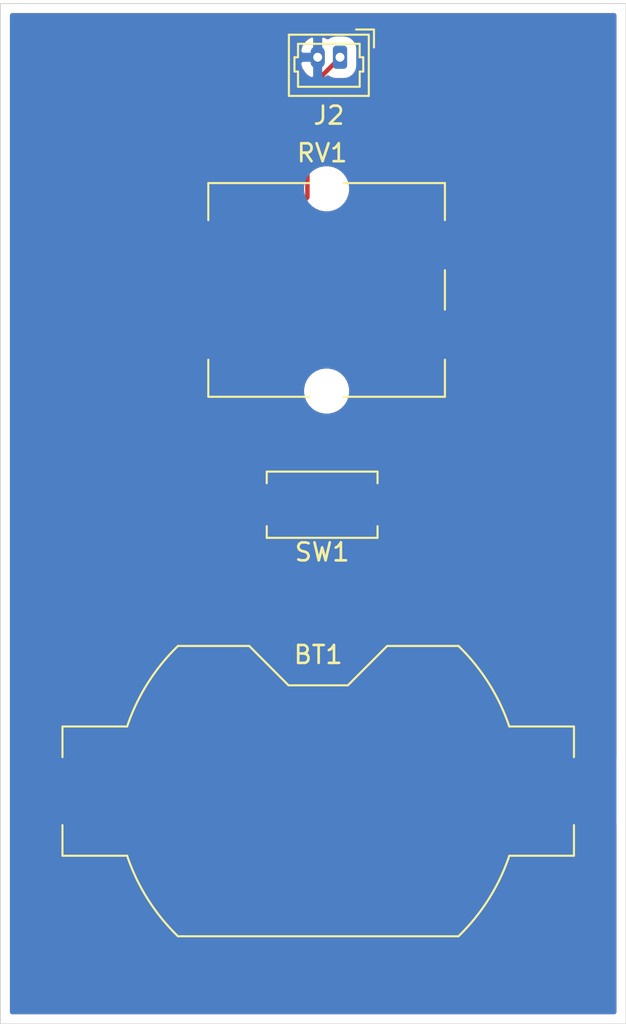
<source format=kicad_pcb>
(kicad_pcb (version 20171130) (host pcbnew "(5.1.10)-1")

  (general
    (thickness 1.6)
    (drawings 4)
    (tracks 14)
    (zones 0)
    (modules 4)
    (nets 6)
  )

  (page A4)
  (layers
    (0 F.Cu signal)
    (31 B.Cu signal)
    (32 B.Adhes user)
    (33 F.Adhes user)
    (34 B.Paste user)
    (35 F.Paste user)
    (36 B.SilkS user)
    (37 F.SilkS user)
    (38 B.Mask user)
    (39 F.Mask user)
    (40 Dwgs.User user)
    (41 Cmts.User user)
    (42 Eco1.User user)
    (43 Eco2.User user)
    (44 Edge.Cuts user)
    (45 Margin user)
    (46 B.CrtYd user)
    (47 F.CrtYd user)
    (48 B.Fab user)
    (49 F.Fab user)
  )

  (setup
    (last_trace_width 0.25)
    (trace_clearance 0.2)
    (zone_clearance 0.508)
    (zone_45_only no)
    (trace_min 0.2)
    (via_size 0.8)
    (via_drill 0.4)
    (via_min_size 0.4)
    (via_min_drill 0.3)
    (uvia_size 0.3)
    (uvia_drill 0.1)
    (uvias_allowed no)
    (uvia_min_size 0.2)
    (uvia_min_drill 0.1)
    (edge_width 0.05)
    (segment_width 0.2)
    (pcb_text_width 0.3)
    (pcb_text_size 1.5 1.5)
    (mod_edge_width 0.12)
    (mod_text_size 1 1)
    (mod_text_width 0.15)
    (pad_size 1.524 1.524)
    (pad_drill 0.762)
    (pad_to_mask_clearance 0)
    (aux_axis_origin 0 0)
    (visible_elements 7FFFFFFF)
    (pcbplotparams
      (layerselection 0x010dc_ffffffff)
      (usegerberextensions false)
      (usegerberattributes true)
      (usegerberadvancedattributes true)
      (creategerberjobfile true)
      (excludeedgelayer true)
      (linewidth 0.100000)
      (plotframeref false)
      (viasonmask false)
      (mode 1)
      (useauxorigin false)
      (hpglpennumber 1)
      (hpglpenspeed 20)
      (hpglpendiameter 15.000000)
      (psnegative false)
      (psa4output false)
      (plotreference true)
      (plotvalue false)
      (plotinvisibletext false)
      (padsonsilk false)
      (subtractmaskfromsilk false)
      (outputformat 1)
      (mirror false)
      (drillshape 0)
      (scaleselection 1)
      (outputdirectory "../Gerbers Control/"))
  )

  (net 0 "")
  (net 1 "Net-(BT1-Pad2)")
  (net 2 "Net-(BT1-Pad1)")
  (net 3 "Net-(J2-Pad1)")
  (net 4 "Net-(RV1-Pad3)")
  (net 5 "Net-(RV1-Pad1)")

  (net_class Default "This is the default net class."
    (clearance 0.2)
    (trace_width 0.25)
    (via_dia 0.8)
    (via_drill 0.4)
    (uvia_dia 0.3)
    (uvia_drill 0.1)
    (add_net "Net-(BT1-Pad1)")
    (add_net "Net-(BT1-Pad2)")
    (add_net "Net-(J2-Pad1)")
    (add_net "Net-(RV1-Pad1)")
    (add_net "Net-(RV1-Pad3)")
  )

  (module Button_Switch_SMD:SW_SPST_EVQPE1 (layer F.Cu) (tedit 5A02FC95) (tstamp 626C71A1)
    (at 118 78 180)
    (descr "Light Touch Switch, https://industrial.panasonic.com/cdbs/www-data/pdf/ATK0000/ATK0000CE7.pdf")
    (path /626DBE50)
    (attr smd)
    (fp_text reference SW1 (at 0 -2.65) (layer F.SilkS)
      (effects (font (size 1 1) (thickness 0.15)))
    )
    (fp_text value SW_SPST (at 0 3) (layer F.Fab)
      (effects (font (size 1 1) (thickness 0.15)))
    )
    (fp_line (start -3.1 1.85) (end 3.1 1.85) (layer F.SilkS) (width 0.12))
    (fp_line (start 3.1 -1.85) (end -3.1 -1.85) (layer F.SilkS) (width 0.12))
    (fp_line (start -3.1 -1.85) (end -3.1 -1.2) (layer F.SilkS) (width 0.12))
    (fp_line (start -3.1 1.2) (end -3.1 1.85) (layer F.SilkS) (width 0.12))
    (fp_line (start 3.1 1.85) (end 3.1 1.2) (layer F.SilkS) (width 0.12))
    (fp_line (start 3.1 -1.85) (end 3.1 -1.2) (layer F.SilkS) (width 0.12))
    (fp_line (start -3.95 2) (end -3.95 -2) (layer F.CrtYd) (width 0.05))
    (fp_line (start 3.95 2) (end -3.95 2) (layer F.CrtYd) (width 0.05))
    (fp_line (start 3.95 -2) (end 3.95 2) (layer F.CrtYd) (width 0.05))
    (fp_line (start -3.95 -2) (end 3.95 -2) (layer F.CrtYd) (width 0.05))
    (fp_line (start -1.4 0.7) (end -1.4 -0.7) (layer F.Fab) (width 0.1))
    (fp_line (start 1.4 0.7) (end -1.4 0.7) (layer F.Fab) (width 0.1))
    (fp_line (start 1.4 -0.7) (end 1.4 0.7) (layer F.Fab) (width 0.1))
    (fp_line (start -1.4 -0.7) (end 1.4 -0.7) (layer F.Fab) (width 0.1))
    (fp_line (start -3 -1.75) (end 3 -1.75) (layer F.Fab) (width 0.1))
    (fp_line (start -3 1.75) (end -3 -1.75) (layer F.Fab) (width 0.1))
    (fp_line (start 3 1.75) (end -3 1.75) (layer F.Fab) (width 0.1))
    (fp_line (start 3 -1.75) (end 3 1.75) (layer F.Fab) (width 0.1))
    (fp_text user %R (at 0 -2.65) (layer F.Fab)
      (effects (font (size 1 1) (thickness 0.15)))
    )
    (pad 1 smd rect (at -2.7 0 180) (size 2 1.6) (layers F.Cu F.Paste F.Mask)
      (net 2 "Net-(BT1-Pad1)"))
    (pad 2 smd rect (at 2.7 0 180) (size 2 1.6) (layers F.Cu F.Paste F.Mask)
      (net 5 "Net-(RV1-Pad1)"))
    (model ${KISYS3DMOD}/Button_Switch_SMD.3dshapes/SW_SPST_EVQPE1.wrl
      (at (xyz 0 0 0))
      (scale (xyz 1 1 1))
      (rotate (xyz 0 0 0))
    )
  )

  (module Potentiometer_SMD:Potentiometer_Bourns_PRS11S_Vertical (layer F.Cu) (tedit 5A3C1644) (tstamp 626C7188)
    (at 118 66)
    (descr "Potentiometer, vertical, Bourns PRS11S, http://www.bourns.com/docs/Product-Datasheets/PRS11S.pdf")
    (tags "Potentiometer vertical Bourns PRS11S")
    (path /626D3FA7)
    (attr smd)
    (fp_text reference RV1 (at 0 -7.65) (layer F.SilkS)
      (effects (font (size 1 1) (thickness 0.15)))
    )
    (fp_text value R_POT (at 0 7.65) (layer F.Fab)
      (effects (font (size 1 1) (thickness 0.15)))
    )
    (fp_line (start 6.87 -1.1) (end 6.87 1.1) (layer F.SilkS) (width 0.12))
    (fp_line (start 6.87 -5.97) (end 6.87 -3.9) (layer F.SilkS) (width 0.12))
    (fp_line (start -6.37 -5.97) (end -6.37 -3.9) (layer F.SilkS) (width 0.12))
    (fp_line (start 10.5 -6.65) (end -10.5 -6.65) (layer F.CrtYd) (width 0.05))
    (fp_line (start 10.5 6.65) (end 10.5 -6.65) (layer F.CrtYd) (width 0.05))
    (fp_line (start -10.5 6.65) (end 10.5 6.65) (layer F.CrtYd) (width 0.05))
    (fp_line (start -10.5 -6.65) (end -10.5 6.65) (layer F.CrtYd) (width 0.05))
    (fp_line (start 6.87 3.9) (end 6.87 5.97) (layer F.SilkS) (width 0.12))
    (fp_line (start -6.37 3.9) (end -6.37 5.97) (layer F.SilkS) (width 0.12))
    (fp_line (start 1.224 5.97) (end 6.87 5.97) (layer F.SilkS) (width 0.12))
    (fp_line (start -6.37 5.97) (end -0.723 5.97) (layer F.SilkS) (width 0.12))
    (fp_line (start 1.224 -5.97) (end 6.87 -5.97) (layer F.SilkS) (width 0.12))
    (fp_line (start -6.37 -5.97) (end -0.723 -5.97) (layer F.SilkS) (width 0.12))
    (fp_line (start 6.75 -5.85) (end -6.25 -5.85) (layer F.Fab) (width 0.1))
    (fp_line (start 6.75 5.85) (end 6.75 -5.85) (layer F.Fab) (width 0.1))
    (fp_line (start -6.25 5.85) (end 6.75 5.85) (layer F.Fab) (width 0.1))
    (fp_line (start -6.25 -5.85) (end -6.25 5.85) (layer F.Fab) (width 0.1))
    (fp_circle (center 0.25 0) (end 3.25 0) (layer F.Fab) (width 0.1))
    (fp_text user %R (at -5.25 0 90) (layer F.Fab)
      (effects (font (size 1 1) (thickness 0.15)))
    )
    (pad "" np_thru_hole circle (at 0.25 5.65) (size 1.5 1.5) (drill 1.5) (layers *.Cu *.Mask))
    (pad "" np_thru_hole circle (at 0.25 -5.65) (size 1.5 1.5) (drill 1.5) (layers *.Cu *.Mask))
    (pad 5 smd rect (at 8.25 2.5) (size 4 2) (layers F.Cu F.Paste F.Mask))
    (pad 4 smd rect (at 8.25 -2.5) (size 4 2) (layers F.Cu F.Paste F.Mask))
    (pad 3 smd rect (at -8.25 2.5) (size 4 2) (layers F.Cu F.Paste F.Mask)
      (net 4 "Net-(RV1-Pad3)"))
    (pad 2 smd rect (at -8.25 0) (size 4 2) (layers F.Cu F.Paste F.Mask)
      (net 3 "Net-(J2-Pad1)"))
    (pad 1 smd rect (at -8.25 -2.5) (size 4 2) (layers F.Cu F.Paste F.Mask)
      (net 5 "Net-(RV1-Pad1)"))
    (model ${KISYS3DMOD}/Potentiometer_SMD.3dshapes/Potentiometer_Bourns_PRS11S_Vertical.wrl
      (at (xyz 0 0 0))
      (scale (xyz 1 1 1))
      (rotate (xyz 0 0 0))
    )
  )

  (module Connector_Molex:Molex_PicoBlade_53047-0210_1x02_P1.25mm_Vertical (layer F.Cu) (tedit 5B783167) (tstamp 626C716A)
    (at 119 53 180)
    (descr "Molex PicoBlade Connector System, 53047-0210, 2 Pins per row (http://www.molex.com/pdm_docs/sd/530470610_sd.pdf), generated with kicad-footprint-generator")
    (tags "connector Molex PicoBlade side entry")
    (path /626D5501)
    (fp_text reference J2 (at 0.62 -3.25) (layer F.SilkS)
      (effects (font (size 1 1) (thickness 0.15)))
    )
    (fp_text value Conn_01x02 (at 0.62 2.35) (layer F.Fab)
      (effects (font (size 1 1) (thickness 0.15)))
    )
    (fp_line (start 3.25 -2.55) (end -2 -2.55) (layer F.CrtYd) (width 0.05))
    (fp_line (start 3.25 1.65) (end 3.25 -2.55) (layer F.CrtYd) (width 0.05))
    (fp_line (start -2 1.65) (end 3.25 1.65) (layer F.CrtYd) (width 0.05))
    (fp_line (start -2 -2.55) (end -2 1.65) (layer F.CrtYd) (width 0.05))
    (fp_line (start 0 0.442893) (end 0.5 1.15) (layer F.Fab) (width 0.1))
    (fp_line (start -0.5 1.15) (end 0 0.442893) (layer F.Fab) (width 0.1))
    (fp_line (start -1.9 1.55) (end -0.9 1.55) (layer F.SilkS) (width 0.12))
    (fp_line (start -1.9 1.55) (end -1.9 0.55) (layer F.SilkS) (width 0.12))
    (fp_line (start 2.35 -1.65) (end 0.625 -1.65) (layer F.SilkS) (width 0.12))
    (fp_line (start 2.35 -0.8) (end 2.35 -1.65) (layer F.SilkS) (width 0.12))
    (fp_line (start 2.55 -0.8) (end 2.35 -0.8) (layer F.SilkS) (width 0.12))
    (fp_line (start 2.55 0) (end 2.55 -0.8) (layer F.SilkS) (width 0.12))
    (fp_line (start 2.35 0) (end 2.55 0) (layer F.SilkS) (width 0.12))
    (fp_line (start 2.35 0.75) (end 2.35 0) (layer F.SilkS) (width 0.12))
    (fp_line (start 0.625 0.75) (end 2.35 0.75) (layer F.SilkS) (width 0.12))
    (fp_line (start -1.1 -1.65) (end 0.625 -1.65) (layer F.SilkS) (width 0.12))
    (fp_line (start -1.1 -0.8) (end -1.1 -1.65) (layer F.SilkS) (width 0.12))
    (fp_line (start -1.3 -0.8) (end -1.1 -0.8) (layer F.SilkS) (width 0.12))
    (fp_line (start -1.3 0) (end -1.3 -0.8) (layer F.SilkS) (width 0.12))
    (fp_line (start -1.1 0) (end -1.3 0) (layer F.SilkS) (width 0.12))
    (fp_line (start -1.1 0.75) (end -1.1 0) (layer F.SilkS) (width 0.12))
    (fp_line (start 0.625 0.75) (end -1.1 0.75) (layer F.SilkS) (width 0.12))
    (fp_line (start 2.86 -2.16) (end -1.61 -2.16) (layer F.SilkS) (width 0.12))
    (fp_line (start 2.86 1.26) (end 2.86 -2.16) (layer F.SilkS) (width 0.12))
    (fp_line (start -1.61 1.26) (end 2.86 1.26) (layer F.SilkS) (width 0.12))
    (fp_line (start -1.61 -2.16) (end -1.61 1.26) (layer F.SilkS) (width 0.12))
    (fp_line (start 2.75 -2.05) (end -1.5 -2.05) (layer F.Fab) (width 0.1))
    (fp_line (start 2.75 1.15) (end 2.75 -2.05) (layer F.Fab) (width 0.1))
    (fp_line (start -1.5 1.15) (end 2.75 1.15) (layer F.Fab) (width 0.1))
    (fp_line (start -1.5 -2.05) (end -1.5 1.15) (layer F.Fab) (width 0.1))
    (fp_text user %R (at 0.62 -1.35) (layer F.Fab)
      (effects (font (size 1 1) (thickness 0.15)))
    )
    (pad 2 thru_hole oval (at 1.25 0 180) (size 0.8 1.3) (drill 0.5) (layers *.Cu *.Mask)
      (net 1 "Net-(BT1-Pad2)"))
    (pad 1 thru_hole roundrect (at 0 0 180) (size 0.8 1.3) (drill 0.5) (layers *.Cu *.Mask) (roundrect_rratio 0.25)
      (net 3 "Net-(J2-Pad1)"))
    (model ${KISYS3DMOD}/Connector_Molex.3dshapes/Molex_PicoBlade_53047-0210_1x02_P1.25mm_Vertical.wrl
      (at (xyz 0 0 0))
      (scale (xyz 1 1 1))
      (rotate (xyz 0 0 0))
    )
  )

  (module Battery:BatteryHolder_Keystone_1058_1x2032 (layer F.Cu) (tedit 589EE147) (tstamp 626C7145)
    (at 117.78 94 180)
    (descr http://www.keyelco.com/product-pdf.cfm?p=14028)
    (tags "Keystone type 1058 coin cell retainer")
    (path /626D256A)
    (attr smd)
    (fp_text reference BT1 (at 0 7.62) (layer F.SilkS)
      (effects (font (size 1 1) (thickness 0.15)))
    )
    (fp_text value Battery_Cell (at 0 -9.398) (layer F.Fab)
      (effects (font (size 1 1) (thickness 0.15)))
    )
    (fp_circle (center 0 0) (end 10 0) (layer Dwgs.User) (width 0.15))
    (fp_line (start -7.8026 -8) (end 7.8026 -8) (layer F.Fab) (width 0.1))
    (fp_line (start -3.9 8) (end -7.8026 8) (layer F.Fab) (width 0.1))
    (fp_line (start -14.2 -3.5) (end -14.2 -1.9) (layer F.Fab) (width 0.1))
    (fp_line (start -14.2 -3.5) (end -10.61275 -3.5) (layer F.Fab) (width 0.1))
    (fp_line (start -1.7 5.8) (end 1.7 5.8) (layer F.Fab) (width 0.1))
    (fp_line (start -1.7 5.8) (end -3.9 8) (layer F.Fab) (width 0.1))
    (fp_line (start 1.7 5.8) (end 3.9 8) (layer F.Fab) (width 0.1))
    (fp_line (start 3.9 8) (end 7.8026 8) (layer F.Fab) (width 0.1))
    (fp_line (start -14.2 3.5) (end -10.61275 3.5) (layer F.Fab) (width 0.1))
    (fp_line (start -14.2 1.9) (end -14.2 3.5) (layer F.Fab) (width 0.1))
    (fp_line (start 14.2 -3.5) (end 14.2 -1.9) (layer F.Fab) (width 0.1))
    (fp_line (start 10.61275 -3.5) (end 14.2 -3.5) (layer F.Fab) (width 0.1))
    (fp_line (start 14.2 3.5) (end 10.61275 3.5) (layer F.Fab) (width 0.1))
    (fp_line (start 14.2 1.9) (end 14.2 3.5) (layer F.Fab) (width 0.1))
    (fp_line (start -14.31 -3.61) (end -10.692 -3.61) (layer F.SilkS) (width 0.12))
    (fp_line (start -14.31 -1.9) (end -14.31 -3.61) (layer F.SilkS) (width 0.12))
    (fp_line (start -7.8473 -8.11) (end 7.8473 -8.11) (layer F.SilkS) (width 0.12))
    (fp_line (start 14.31 -1.9) (end 14.31 -3.61) (layer F.SilkS) (width 0.12))
    (fp_line (start 10.692 -3.61) (end 14.31 -3.61) (layer F.SilkS) (width 0.12))
    (fp_line (start 14.31 3.61) (end 10.692 3.61) (layer F.SilkS) (width 0.12))
    (fp_line (start 14.31 1.9) (end 14.31 3.61) (layer F.SilkS) (width 0.12))
    (fp_line (start 7.8473 8.11) (end 3.86 8.11) (layer F.SilkS) (width 0.12))
    (fp_line (start 1.66 5.91) (end 3.86 8.11) (layer F.SilkS) (width 0.12))
    (fp_line (start 1.66 5.91) (end -1.66 5.91) (layer F.SilkS) (width 0.12))
    (fp_line (start -1.66 5.91) (end -3.86 8.11) (layer F.SilkS) (width 0.12))
    (fp_line (start -3.86 8.11) (end -7.8473 8.11) (layer F.SilkS) (width 0.12))
    (fp_line (start -10.692 3.61) (end -14.31 3.61) (layer F.SilkS) (width 0.12))
    (fp_line (start -14.31 1.9) (end -14.31 3.61) (layer F.SilkS) (width 0.12))
    (fp_line (start -16.45 4.11) (end -11.06 4.11) (layer F.CrtYd) (width 0.05))
    (fp_line (start -16.45 -4.11) (end -16.45 4.11) (layer F.CrtYd) (width 0.05))
    (fp_line (start -16.45 -4.11) (end -11.06 -4.11) (layer F.CrtYd) (width 0.05))
    (fp_line (start 16.45 -4.11) (end 11.06 -4.11) (layer F.CrtYd) (width 0.05))
    (fp_line (start 16.45 4.11) (end 16.45 -4.11) (layer F.CrtYd) (width 0.05))
    (fp_line (start 11.06 4.11) (end 16.45 4.11) (layer F.CrtYd) (width 0.05))
    (fp_arc (start 0 0) (end -10.61275 -3.5) (angle 27.4635) (layer F.Fab) (width 0.1))
    (fp_arc (start 0 0) (end 10.61275 3.5) (angle 27.4635) (layer F.Fab) (width 0.1))
    (fp_arc (start 0 0) (end 10.61275 -3.5) (angle -27.4635) (layer F.Fab) (width 0.1))
    (fp_arc (start 0 0) (end -10.61275 3.5) (angle -27.4635) (layer F.Fab) (width 0.1))
    (fp_arc (start 0 0) (end -10.692 -3.61) (angle 27.3) (layer F.SilkS) (width 0.12))
    (fp_arc (start 0 0) (end 10.692 3.61) (angle 27.3) (layer F.SilkS) (width 0.12))
    (fp_arc (start 0 0) (end 10.692 -3.61) (angle -27.3) (layer F.SilkS) (width 0.12))
    (fp_arc (start 0 0) (end -10.692 3.61) (angle -27.3) (layer F.SilkS) (width 0.12))
    (fp_arc (start 0 0) (end -11.06 -4.11) (angle 139.2) (layer F.CrtYd) (width 0.05))
    (fp_arc (start 0 0) (end 11.06 4.11) (angle 139.2) (layer F.CrtYd) (width 0.05))
    (fp_text user %R (at 0 0) (layer F.Fab)
      (effects (font (size 1 1) (thickness 0.15)))
    )
    (pad 2 smd rect (at 14.68 0 180) (size 2.54 3.51) (layers F.Cu F.Paste F.Mask)
      (net 1 "Net-(BT1-Pad2)"))
    (pad 1 smd rect (at -14.68 0 180) (size 2.54 3.51) (layers F.Cu F.Paste F.Mask)
      (net 2 "Net-(BT1-Pad1)"))
    (model ${KISYS3DMOD}/Battery.3dshapes/BatteryHolder_Keystone_1058_1x2032.wrl
      (at (xyz 0 0 0))
      (scale (xyz 1 1 1))
      (rotate (xyz 0 0 0))
    )
  )

  (gr_line (start 135 107) (end 100 107) (layer Edge.Cuts) (width 0.05) (tstamp 626C77B2))
  (gr_line (start 135 50) (end 135 107) (layer Edge.Cuts) (width 0.05))
  (gr_line (start 100 50) (end 135 50) (layer Edge.Cuts) (width 0.05))
  (gr_line (start 100 107) (end 100 50) (layer Edge.Cuts) (width 0.05))

  (segment (start 103.1 94) (end 103.1 53.1) (width 0.25) (layer F.Cu) (net 1))
  (segment (start 103.2 53) (end 117.75 53) (width 0.25) (layer F.Cu) (net 1))
  (segment (start 103.1 53.1) (end 103.2 53) (width 0.25) (layer F.Cu) (net 1))
  (segment (start 132.46 89.76) (end 120.7 78) (width 0.25) (layer F.Cu) (net 2))
  (segment (start 132.46 94) (end 132.46 89.76) (width 0.25) (layer F.Cu) (net 2))
  (segment (start 119 53.025318) (end 119 53) (width 0.25) (layer F.Cu) (net 3))
  (segment (start 117.174999 54.850319) (end 119 53.025318) (width 0.25) (layer F.Cu) (net 3))
  (segment (start 117.174999 60.825001) (end 117.174999 54.850319) (width 0.25) (layer F.Cu) (net 3))
  (segment (start 112 66) (end 117.174999 60.825001) (width 0.25) (layer F.Cu) (net 3))
  (segment (start 109.75 66) (end 112 66) (width 0.25) (layer F.Cu) (net 3))
  (segment (start 107.424999 70.124999) (end 115.3 78) (width 0.25) (layer F.Cu) (net 5))
  (segment (start 107.5 63.5) (end 107.424999 63.575001) (width 0.25) (layer F.Cu) (net 5))
  (segment (start 107.424999 63.575001) (end 107.424999 70.124999) (width 0.25) (layer F.Cu) (net 5))
  (segment (start 109.75 63.5) (end 107.5 63.5) (width 0.25) (layer F.Cu) (net 5))

  (zone (net 1) (net_name "Net-(BT1-Pad2)") (layer B.Cu) (tstamp 626C7A59) (hatch edge 0.508)
    (connect_pads (clearance 0.508))
    (min_thickness 0.254)
    (fill yes (arc_segments 32) (thermal_gap 0.508) (thermal_bridge_width 0.508))
    (polygon
      (pts
        (xy 135 107) (xy 100 107) (xy 100 50) (xy 135 50)
      )
    )
    (filled_polygon
      (pts
        (xy 134.340001 106.34) (xy 100.66 106.34) (xy 100.66 71.513589) (xy 116.865 71.513589) (xy 116.865 71.786411)
        (xy 116.918225 72.053989) (xy 117.022629 72.306043) (xy 117.174201 72.532886) (xy 117.367114 72.725799) (xy 117.593957 72.877371)
        (xy 117.846011 72.981775) (xy 118.113589 73.035) (xy 118.386411 73.035) (xy 118.653989 72.981775) (xy 118.906043 72.877371)
        (xy 119.132886 72.725799) (xy 119.325799 72.532886) (xy 119.477371 72.306043) (xy 119.581775 72.053989) (xy 119.635 71.786411)
        (xy 119.635 71.513589) (xy 119.581775 71.246011) (xy 119.477371 70.993957) (xy 119.325799 70.767114) (xy 119.132886 70.574201)
        (xy 118.906043 70.422629) (xy 118.653989 70.318225) (xy 118.386411 70.265) (xy 118.113589 70.265) (xy 117.846011 70.318225)
        (xy 117.593957 70.422629) (xy 117.367114 70.574201) (xy 117.174201 70.767114) (xy 117.022629 70.993957) (xy 116.918225 71.246011)
        (xy 116.865 71.513589) (xy 100.66 71.513589) (xy 100.66 60.213589) (xy 116.865 60.213589) (xy 116.865 60.486411)
        (xy 116.918225 60.753989) (xy 117.022629 61.006043) (xy 117.174201 61.232886) (xy 117.367114 61.425799) (xy 117.593957 61.577371)
        (xy 117.846011 61.681775) (xy 118.113589 61.735) (xy 118.386411 61.735) (xy 118.653989 61.681775) (xy 118.906043 61.577371)
        (xy 119.132886 61.425799) (xy 119.325799 61.232886) (xy 119.477371 61.006043) (xy 119.581775 60.753989) (xy 119.635 60.486411)
        (xy 119.635 60.213589) (xy 119.581775 59.946011) (xy 119.477371 59.693957) (xy 119.325799 59.467114) (xy 119.132886 59.274201)
        (xy 118.906043 59.122629) (xy 118.653989 59.018225) (xy 118.386411 58.965) (xy 118.113589 58.965) (xy 117.846011 59.018225)
        (xy 117.593957 59.122629) (xy 117.367114 59.274201) (xy 117.174201 59.467114) (xy 117.022629 59.693957) (xy 116.918225 59.946011)
        (xy 116.865 60.213589) (xy 100.66 60.213589) (xy 100.66 53.291599) (xy 116.701082 53.291599) (xy 116.729352 53.495433)
        (xy 116.796845 53.689836) (xy 116.900967 53.867336) (xy 117.037717 54.021112) (xy 117.20184 54.145255) (xy 117.387028 54.234994)
        (xy 117.463877 54.244666) (xy 117.623 54.116998) (xy 117.623 53.127) (xy 116.866238 53.127) (xy 116.701082 53.291599)
        (xy 100.66 53.291599) (xy 100.66 52.708401) (xy 116.701082 52.708401) (xy 116.866238 52.873) (xy 117.623 52.873)
        (xy 117.623 51.883002) (xy 117.877 51.883002) (xy 117.877 52.873) (xy 117.897 52.873) (xy 117.897 53.127)
        (xy 117.877 53.127) (xy 117.877 54.116998) (xy 118.036123 54.244666) (xy 118.112972 54.234994) (xy 118.29816 54.145255)
        (xy 118.316015 54.131749) (xy 118.334392 54.146831) (xy 118.479284 54.224278) (xy 118.6365 54.271969) (xy 118.8 54.288072)
        (xy 119.2 54.288072) (xy 119.3635 54.271969) (xy 119.520716 54.224278) (xy 119.665608 54.146831) (xy 119.792606 54.042606)
        (xy 119.896831 53.915608) (xy 119.974278 53.770716) (xy 120.021969 53.6135) (xy 120.038072 53.45) (xy 120.038072 52.55)
        (xy 120.021969 52.3865) (xy 119.974278 52.229284) (xy 119.896831 52.084392) (xy 119.792606 51.957394) (xy 119.665608 51.853169)
        (xy 119.520716 51.775722) (xy 119.3635 51.728031) (xy 119.2 51.711928) (xy 118.8 51.711928) (xy 118.6365 51.728031)
        (xy 118.479284 51.775722) (xy 118.334392 51.853169) (xy 118.316015 51.868251) (xy 118.29816 51.854745) (xy 118.112972 51.765006)
        (xy 118.036123 51.755334) (xy 117.877 51.883002) (xy 117.623 51.883002) (xy 117.463877 51.755334) (xy 117.387028 51.765006)
        (xy 117.20184 51.854745) (xy 117.037717 51.978888) (xy 116.900967 52.132664) (xy 116.796845 52.310164) (xy 116.729352 52.504567)
        (xy 116.701082 52.708401) (xy 100.66 52.708401) (xy 100.66 50.66) (xy 134.34 50.66)
      )
    )
  )
  (zone (net 2) (net_name "Net-(BT1-Pad1)") (layer F.Cu) (tstamp 626C7A56) (hatch edge 0.508)
    (connect_pads (clearance 0.508))
    (min_thickness 0.254)
    (fill yes (arc_segments 32) (thermal_gap 0.508) (thermal_bridge_width 0.508))
    (polygon
      (pts
        (xy 135 107) (xy 100 107) (xy 100 50) (xy 135 50)
      )
    )
    (filled_polygon
      (pts
        (xy 134.340001 92.068395) (xy 134.319502 92.00082) (xy 134.260537 91.890506) (xy 134.181185 91.793815) (xy 134.084494 91.714463)
        (xy 133.97418 91.655498) (xy 133.854482 91.619188) (xy 133.73 91.606928) (xy 132.74575 91.61) (xy 132.587 91.76875)
        (xy 132.587 93.873) (xy 132.607 93.873) (xy 132.607 94.127) (xy 132.587 94.127) (xy 132.587 96.23125)
        (xy 132.74575 96.39) (xy 133.73 96.393072) (xy 133.854482 96.380812) (xy 133.97418 96.344502) (xy 134.084494 96.285537)
        (xy 134.181185 96.206185) (xy 134.260537 96.109494) (xy 134.319502 95.99918) (xy 134.340001 95.931605) (xy 134.340001 106.34)
        (xy 100.66 106.34) (xy 100.66 92.245) (xy 101.191928 92.245) (xy 101.191928 95.755) (xy 101.204188 95.879482)
        (xy 101.240498 95.99918) (xy 101.299463 96.109494) (xy 101.378815 96.206185) (xy 101.475506 96.285537) (xy 101.58582 96.344502)
        (xy 101.705518 96.380812) (xy 101.83 96.393072) (xy 104.37 96.393072) (xy 104.494482 96.380812) (xy 104.61418 96.344502)
        (xy 104.724494 96.285537) (xy 104.821185 96.206185) (xy 104.900537 96.109494) (xy 104.959502 95.99918) (xy 104.995812 95.879482)
        (xy 105.008072 95.755) (xy 130.551928 95.755) (xy 130.564188 95.879482) (xy 130.600498 95.99918) (xy 130.659463 96.109494)
        (xy 130.738815 96.206185) (xy 130.835506 96.285537) (xy 130.94582 96.344502) (xy 131.065518 96.380812) (xy 131.19 96.393072)
        (xy 132.17425 96.39) (xy 132.333 96.23125) (xy 132.333 94.127) (xy 130.71375 94.127) (xy 130.555 94.28575)
        (xy 130.551928 95.755) (xy 105.008072 95.755) (xy 105.008072 92.245) (xy 130.551928 92.245) (xy 130.555 93.71425)
        (xy 130.71375 93.873) (xy 132.333 93.873) (xy 132.333 91.76875) (xy 132.17425 91.61) (xy 131.19 91.606928)
        (xy 131.065518 91.619188) (xy 130.94582 91.655498) (xy 130.835506 91.714463) (xy 130.738815 91.793815) (xy 130.659463 91.890506)
        (xy 130.600498 92.00082) (xy 130.564188 92.120518) (xy 130.551928 92.245) (xy 105.008072 92.245) (xy 104.995812 92.120518)
        (xy 104.959502 92.00082) (xy 104.900537 91.890506) (xy 104.821185 91.793815) (xy 104.724494 91.714463) (xy 104.61418 91.655498)
        (xy 104.494482 91.619188) (xy 104.37 91.606928) (xy 103.86 91.606928) (xy 103.86 53.76) (xy 116.849028 53.76)
        (xy 116.885266 53.827797) (xy 116.992299 53.958218) (xy 116.663997 54.28652) (xy 116.634999 54.310318) (xy 116.611201 54.339316)
        (xy 116.6112 54.339317) (xy 116.540025 54.426043) (xy 116.469453 54.558073) (xy 116.425997 54.701334) (xy 116.411323 54.850319)
        (xy 116.415 54.887651) (xy 116.414999 60.510199) (xy 112.384016 64.541183) (xy 112.388072 64.5) (xy 112.388072 62.5)
        (xy 112.375812 62.375518) (xy 112.339502 62.25582) (xy 112.280537 62.145506) (xy 112.201185 62.048815) (xy 112.104494 61.969463)
        (xy 111.99418 61.910498) (xy 111.874482 61.874188) (xy 111.75 61.861928) (xy 107.75 61.861928) (xy 107.625518 61.874188)
        (xy 107.50582 61.910498) (xy 107.395506 61.969463) (xy 107.298815 62.048815) (xy 107.219463 62.145506) (xy 107.160498 62.25582)
        (xy 107.124188 62.375518) (xy 107.111928 62.5) (xy 107.111928 62.845674) (xy 107.075724 62.865026) (xy 106.959999 62.959999)
        (xy 106.936199 62.988999) (xy 106.913999 63.011199) (xy 106.884998 63.035) (xy 106.82987 63.102175) (xy 106.790025 63.150725)
        (xy 106.759543 63.207753) (xy 106.719453 63.282755) (xy 106.675996 63.426016) (xy 106.664999 63.537669) (xy 106.664999 63.537679)
        (xy 106.661323 63.575001) (xy 106.664999 63.612324) (xy 106.665 70.087667) (xy 106.661323 70.124999) (xy 106.675997 70.273984)
        (xy 106.719453 70.417245) (xy 106.790025 70.549275) (xy 106.8612 70.636001) (xy 106.884999 70.665) (xy 106.913997 70.688798)
        (xy 113.661928 77.43673) (xy 113.661928 78.8) (xy 113.674188 78.924482) (xy 113.710498 79.04418) (xy 113.769463 79.154494)
        (xy 113.848815 79.251185) (xy 113.945506 79.330537) (xy 114.05582 79.389502) (xy 114.175518 79.425812) (xy 114.3 79.438072)
        (xy 116.3 79.438072) (xy 116.424482 79.425812) (xy 116.54418 79.389502) (xy 116.654494 79.330537) (xy 116.751185 79.251185)
        (xy 116.830537 79.154494) (xy 116.889502 79.04418) (xy 116.925812 78.924482) (xy 116.938072 78.8) (xy 119.061928 78.8)
        (xy 119.074188 78.924482) (xy 119.110498 79.04418) (xy 119.169463 79.154494) (xy 119.248815 79.251185) (xy 119.345506 79.330537)
        (xy 119.45582 79.389502) (xy 119.575518 79.425812) (xy 119.7 79.438072) (xy 120.41425 79.435) (xy 120.573 79.27625)
        (xy 120.573 78.127) (xy 120.827 78.127) (xy 120.827 79.27625) (xy 120.98575 79.435) (xy 121.7 79.438072)
        (xy 121.824482 79.425812) (xy 121.94418 79.389502) (xy 122.054494 79.330537) (xy 122.151185 79.251185) (xy 122.230537 79.154494)
        (xy 122.289502 79.04418) (xy 122.325812 78.924482) (xy 122.338072 78.8) (xy 122.335 78.28575) (xy 122.17625 78.127)
        (xy 120.827 78.127) (xy 120.573 78.127) (xy 119.22375 78.127) (xy 119.065 78.28575) (xy 119.061928 78.8)
        (xy 116.938072 78.8) (xy 116.938072 77.2) (xy 119.061928 77.2) (xy 119.065 77.71425) (xy 119.22375 77.873)
        (xy 120.573 77.873) (xy 120.573 76.72375) (xy 120.827 76.72375) (xy 120.827 77.873) (xy 122.17625 77.873)
        (xy 122.335 77.71425) (xy 122.338072 77.2) (xy 122.325812 77.075518) (xy 122.289502 76.95582) (xy 122.230537 76.845506)
        (xy 122.151185 76.748815) (xy 122.054494 76.669463) (xy 121.94418 76.610498) (xy 121.824482 76.574188) (xy 121.7 76.561928)
        (xy 120.98575 76.565) (xy 120.827 76.72375) (xy 120.573 76.72375) (xy 120.41425 76.565) (xy 119.7 76.561928)
        (xy 119.575518 76.574188) (xy 119.45582 76.610498) (xy 119.345506 76.669463) (xy 119.248815 76.748815) (xy 119.169463 76.845506)
        (xy 119.110498 76.95582) (xy 119.074188 77.075518) (xy 119.061928 77.2) (xy 116.938072 77.2) (xy 116.925812 77.075518)
        (xy 116.889502 76.95582) (xy 116.830537 76.845506) (xy 116.751185 76.748815) (xy 116.654494 76.669463) (xy 116.54418 76.610498)
        (xy 116.424482 76.574188) (xy 116.3 76.561928) (xy 114.93673 76.561928) (xy 109.888391 71.513589) (xy 116.865 71.513589)
        (xy 116.865 71.786411) (xy 116.918225 72.053989) (xy 117.022629 72.306043) (xy 117.174201 72.532886) (xy 117.367114 72.725799)
        (xy 117.593957 72.877371) (xy 117.846011 72.981775) (xy 118.113589 73.035) (xy 118.386411 73.035) (xy 118.653989 72.981775)
        (xy 118.906043 72.877371) (xy 119.132886 72.725799) (xy 119.325799 72.532886) (xy 119.477371 72.306043) (xy 119.581775 72.053989)
        (xy 119.635 71.786411) (xy 119.635 71.513589) (xy 119.581775 71.246011) (xy 119.477371 70.993957) (xy 119.325799 70.767114)
        (xy 119.132886 70.574201) (xy 118.906043 70.422629) (xy 118.653989 70.318225) (xy 118.386411 70.265) (xy 118.113589 70.265)
        (xy 117.846011 70.318225) (xy 117.593957 70.422629) (xy 117.367114 70.574201) (xy 117.174201 70.767114) (xy 117.022629 70.993957)
        (xy 116.918225 71.246011) (xy 116.865 71.513589) (xy 109.888391 71.513589) (xy 108.512873 70.138072) (xy 111.75 70.138072)
        (xy 111.874482 70.125812) (xy 111.99418 70.089502) (xy 112.104494 70.030537) (xy 112.201185 69.951185) (xy 112.280537 69.854494)
        (xy 112.339502 69.74418) (xy 112.375812 69.624482) (xy 112.388072 69.5) (xy 112.388072 67.5) (xy 123.611928 67.5)
        (xy 123.611928 69.5) (xy 123.624188 69.624482) (xy 123.660498 69.74418) (xy 123.719463 69.854494) (xy 123.798815 69.951185)
        (xy 123.895506 70.030537) (xy 124.00582 70.089502) (xy 124.125518 70.125812) (xy 124.25 70.138072) (xy 128.25 70.138072)
        (xy 128.374482 70.125812) (xy 128.49418 70.089502) (xy 128.604494 70.030537) (xy 128.701185 69.951185) (xy 128.780537 69.854494)
        (xy 128.839502 69.74418) (xy 128.875812 69.624482) (xy 128.888072 69.5) (xy 128.888072 67.5) (xy 128.875812 67.375518)
        (xy 128.839502 67.25582) (xy 128.780537 67.145506) (xy 128.701185 67.048815) (xy 128.604494 66.969463) (xy 128.49418 66.910498)
        (xy 128.374482 66.874188) (xy 128.25 66.861928) (xy 124.25 66.861928) (xy 124.125518 66.874188) (xy 124.00582 66.910498)
        (xy 123.895506 66.969463) (xy 123.798815 67.048815) (xy 123.719463 67.145506) (xy 123.660498 67.25582) (xy 123.624188 67.375518)
        (xy 123.611928 67.5) (xy 112.388072 67.5) (xy 112.375812 67.375518) (xy 112.339502 67.25582) (xy 112.336391 67.25)
        (xy 112.339502 67.24418) (xy 112.375812 67.124482) (xy 112.388072 67) (xy 112.388072 66.654326) (xy 112.424276 66.634974)
        (xy 112.540001 66.540001) (xy 112.563804 66.510997) (xy 116.574801 62.5) (xy 123.611928 62.5) (xy 123.611928 64.5)
        (xy 123.624188 64.624482) (xy 123.660498 64.74418) (xy 123.719463 64.854494) (xy 123.798815 64.951185) (xy 123.895506 65.030537)
        (xy 124.00582 65.089502) (xy 124.125518 65.125812) (xy 124.25 65.138072) (xy 128.25 65.138072) (xy 128.374482 65.125812)
        (xy 128.49418 65.089502) (xy 128.604494 65.030537) (xy 128.701185 64.951185) (xy 128.780537 64.854494) (xy 128.839502 64.74418)
        (xy 128.875812 64.624482) (xy 128.888072 64.5) (xy 128.888072 62.5) (xy 128.875812 62.375518) (xy 128.839502 62.25582)
        (xy 128.780537 62.145506) (xy 128.701185 62.048815) (xy 128.604494 61.969463) (xy 128.49418 61.910498) (xy 128.374482 61.874188)
        (xy 128.25 61.861928) (xy 124.25 61.861928) (xy 124.125518 61.874188) (xy 124.00582 61.910498) (xy 123.895506 61.969463)
        (xy 123.798815 62.048815) (xy 123.719463 62.145506) (xy 123.660498 62.25582) (xy 123.624188 62.375518) (xy 123.611928 62.5)
        (xy 116.574801 62.5) (xy 117.536094 61.538708) (xy 117.593957 61.577371) (xy 117.846011 61.681775) (xy 118.113589 61.735)
        (xy 118.386411 61.735) (xy 118.653989 61.681775) (xy 118.906043 61.577371) (xy 119.132886 61.425799) (xy 119.325799 61.232886)
        (xy 119.477371 61.006043) (xy 119.581775 60.753989) (xy 119.635 60.486411) (xy 119.635 60.213589) (xy 119.581775 59.946011)
        (xy 119.477371 59.693957) (xy 119.325799 59.467114) (xy 119.132886 59.274201) (xy 118.906043 59.122629) (xy 118.653989 59.018225)
        (xy 118.386411 58.965) (xy 118.113589 58.965) (xy 117.934999 59.000524) (xy 117.934999 55.16512) (xy 118.812048 54.288072)
        (xy 119.2 54.288072) (xy 119.3635 54.271969) (xy 119.520716 54.224278) (xy 119.665608 54.146831) (xy 119.792606 54.042606)
        (xy 119.896831 53.915608) (xy 119.974278 53.770716) (xy 120.021969 53.6135) (xy 120.038072 53.45) (xy 120.038072 52.55)
        (xy 120.021969 52.3865) (xy 119.974278 52.229284) (xy 119.896831 52.084392) (xy 119.792606 51.957394) (xy 119.665608 51.853169)
        (xy 119.520716 51.775722) (xy 119.3635 51.728031) (xy 119.2 51.711928) (xy 118.8 51.711928) (xy 118.6365 51.728031)
        (xy 118.479284 51.775722) (xy 118.334392 51.853169) (xy 118.308106 51.874741) (xy 118.147993 51.789159) (xy 117.952895 51.729976)
        (xy 117.75 51.709993) (xy 117.547106 51.729976) (xy 117.352008 51.789159) (xy 117.172204 51.885266) (xy 117.014605 52.014604)
        (xy 116.885267 52.172203) (xy 116.849028 52.24) (xy 103.237322 52.24) (xy 103.199999 52.236324) (xy 103.162677 52.24)
        (xy 103.162667 52.24) (xy 103.051014 52.250997) (xy 102.907753 52.294454) (xy 102.775724 52.365026) (xy 102.659999 52.459999)
        (xy 102.636196 52.489003) (xy 102.588998 52.536201) (xy 102.56 52.559999) (xy 102.536202 52.588997) (xy 102.536201 52.588998)
        (xy 102.465026 52.675724) (xy 102.394454 52.807754) (xy 102.350998 52.951015) (xy 102.336324 53.1) (xy 102.340001 53.137333)
        (xy 102.34 91.606928) (xy 101.83 91.606928) (xy 101.705518 91.619188) (xy 101.58582 91.655498) (xy 101.475506 91.714463)
        (xy 101.378815 91.793815) (xy 101.299463 91.890506) (xy 101.240498 92.00082) (xy 101.204188 92.120518) (xy 101.191928 92.245)
        (xy 100.66 92.245) (xy 100.66 50.66) (xy 134.34 50.66)
      )
    )
  )
)

</source>
